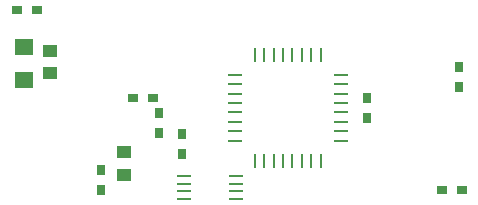
<source format=gbr>
G04 DipTrace 3.0.0.2*
G04 TopPaste.gbr*
%MOIN*%
G04 #@! TF.FileFunction,Paste,Top*
G04 #@! TF.Part,Single*
%AMOUTLINE2*
4,1,4,
0.023622,-0.003937,
-0.023622,-0.003937,
-0.023622,0.003937,
0.023622,0.003937,
0.023622,-0.003937,
0*%
%AMOUTLINE5*
4,1,4,
0.003937,0.023622,
0.003937,-0.023622,
-0.003937,-0.023622,
-0.003937,0.023622,
0.003937,0.023622,
0*%
%ADD58R,0.047244X0.007874*%
%ADD68R,0.051181X0.043307*%
%ADD70R,0.035433X0.031496*%
%ADD72R,0.062992X0.055118*%
%ADD74R,0.031496X0.035433*%
%ADD84OUTLINE2*%
%ADD87OUTLINE5*%
%FSLAX26Y26*%
G04*
G70*
G90*
G75*
G01*
G04 TopPaste*
%LPD*%
D74*
X1806348Y1031287D3*
Y964358D3*
D72*
X662479Y1088579D3*
Y1198815D3*
D70*
X1025017Y1031287D3*
X1091946D3*
D68*
X749988Y1112546D3*
Y1187349D3*
X993718Y849923D3*
Y775119D3*
D74*
X918723Y722610D3*
Y789539D3*
D70*
X2053912Y724924D3*
X2120841D3*
D74*
X2112476Y1133283D3*
Y1066354D3*
X1112526Y912525D3*
Y979454D3*
X1187534Y843768D3*
Y910697D3*
D70*
X637476Y1325068D3*
X704406D3*
D84*
X1718146Y887522D3*
Y919018D3*
Y950514D3*
Y982010D3*
Y1013507D3*
Y1045003D3*
Y1076499D3*
Y1107995D3*
X1363815Y887522D3*
Y919018D3*
Y950514D3*
Y982010D3*
Y1013507D3*
Y1045003D3*
Y1076499D3*
Y1107995D3*
D87*
X1651217Y1174924D3*
X1619720D3*
X1588224D3*
X1556728D3*
X1525232D3*
X1493736D3*
X1462240D3*
X1430744D3*
X1651217Y820593D3*
X1619720D3*
X1588224D3*
X1556728D3*
X1525232D3*
X1493736D3*
X1462240D3*
X1430744D3*
D58*
X1368803Y693752D3*
Y719342D3*
Y744933D3*
Y770524D3*
X1195575D3*
Y744933D3*
Y719342D3*
Y693752D3*
M02*

</source>
